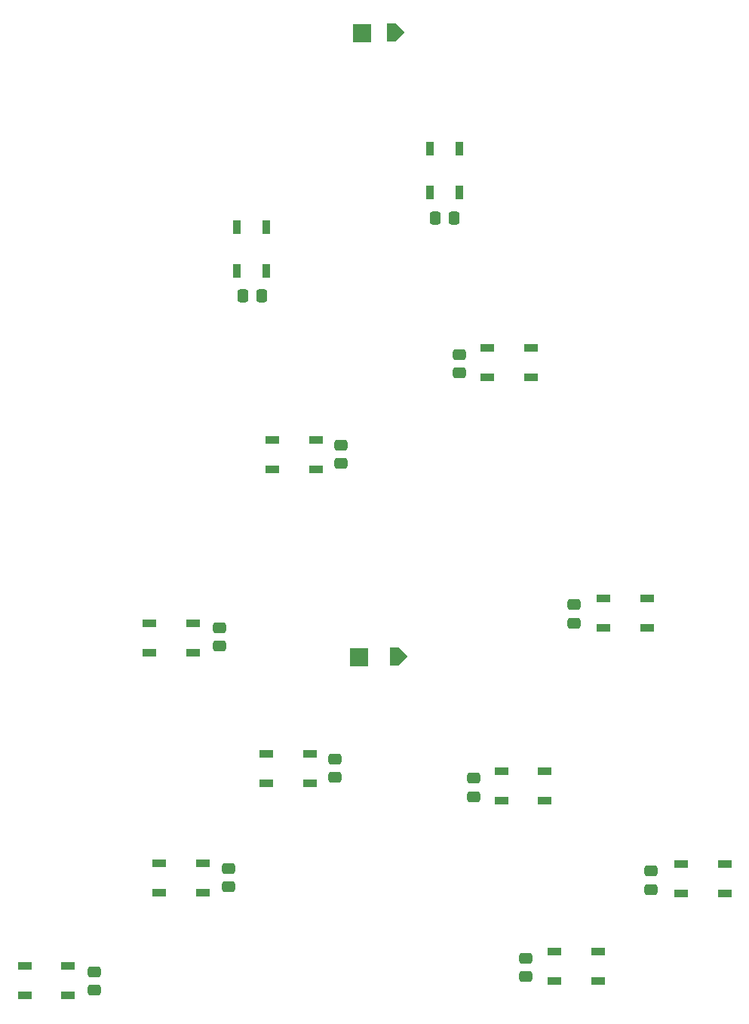
<source format=gtp>
G04 #@! TF.GenerationSoftware,KiCad,Pcbnew,8.0.6*
G04 #@! TF.CreationDate,2024-11-23T10:48:36+01:00*
G04 #@! TF.ProjectId,ChristmasTree,43687269-7374-46d6-9173-547265652e6b,rev?*
G04 #@! TF.SameCoordinates,Original*
G04 #@! TF.FileFunction,Paste,Top*
G04 #@! TF.FilePolarity,Positive*
%FSLAX46Y46*%
G04 Gerber Fmt 4.6, Leading zero omitted, Abs format (unit mm)*
G04 Created by KiCad (PCBNEW 8.0.6) date 2024-11-23 10:48:36*
%MOMM*%
%LPD*%
G01*
G04 APERTURE LIST*
G04 Aperture macros list*
%AMRoundRect*
0 Rectangle with rounded corners*
0 $1 Rounding radius*
0 $2 $3 $4 $5 $6 $7 $8 $9 X,Y pos of 4 corners*
0 Add a 4 corners polygon primitive as box body*
4,1,4,$2,$3,$4,$5,$6,$7,$8,$9,$2,$3,0*
0 Add four circle primitives for the rounded corners*
1,1,$1+$1,$2,$3*
1,1,$1+$1,$4,$5*
1,1,$1+$1,$6,$7*
1,1,$1+$1,$8,$9*
0 Add four rect primitives between the rounded corners*
20,1,$1+$1,$2,$3,$4,$5,0*
20,1,$1+$1,$4,$5,$6,$7,0*
20,1,$1+$1,$6,$7,$8,$9,0*
20,1,$1+$1,$8,$9,$2,$3,0*%
%AMOutline4P*
0 Free polygon, 4 corners , with rotation*
0 The origin of the aperture is its center*
0 number of corners: always 4*
0 $1 to $8 corner X, Y*
0 $9 Rotation angle, in degrees counterclockwise*
0 create outline with 4 corners*
4,1,4,$1,$2,$3,$4,$5,$6,$7,$8,$1,$2,$9*%
G04 Aperture macros list end*
%ADD10RoundRect,0.250000X-0.475000X0.337500X-0.475000X-0.337500X0.475000X-0.337500X0.475000X0.337500X0*%
%ADD11R,1.500000X0.900000*%
%ADD12Outline4P,-0.500000X-1.000000X0.500000X0.000000X0.500000X0.000000X-0.500000X1.000000X0.000000*%
%ADD13R,1.000000X2.000000*%
%ADD14RoundRect,0.250000X0.475000X-0.337500X0.475000X0.337500X-0.475000X0.337500X-0.475000X-0.337500X0*%
%ADD15R,2.000000X2.000000*%
%ADD16R,0.900000X1.500000*%
%ADD17RoundRect,0.250000X-0.337500X-0.475000X0.337500X-0.475000X0.337500X0.475000X-0.337500X0.475000X0*%
G04 APERTURE END LIST*
D10*
X108980000Y-69072500D03*
X108980000Y-71147500D03*
X110540000Y-116602500D03*
X110540000Y-118677500D03*
D11*
X125140000Y-96447500D03*
X125140000Y-99747500D03*
X130040000Y-99747500D03*
X130040000Y-96447500D03*
D12*
X102350000Y-32974600D03*
D13*
X101350000Y-32974600D03*
D11*
X119660000Y-136070000D03*
X119660000Y-139370000D03*
X124560000Y-139370000D03*
X124560000Y-136070000D03*
D14*
X83020000Y-128797500D03*
X83020000Y-126722500D03*
X82050000Y-101807500D03*
X82050000Y-99732500D03*
D11*
X79070000Y-102510000D03*
X79070000Y-99210000D03*
X74170000Y-99210000D03*
X74170000Y-102510000D03*
D10*
X121820000Y-97142500D03*
X121820000Y-99217500D03*
D11*
X112080000Y-68330000D03*
X112080000Y-71630000D03*
X116980000Y-71630000D03*
X116980000Y-68330000D03*
X133870000Y-126270000D03*
X133870000Y-129570000D03*
X138770000Y-129570000D03*
X138770000Y-126270000D03*
D15*
X97698400Y-103050800D03*
D16*
X84020000Y-59650000D03*
X87320000Y-59650000D03*
X87320000Y-54750000D03*
X84020000Y-54750000D03*
D15*
X98068400Y-33050800D03*
D11*
X65060000Y-141000000D03*
X65060000Y-137700000D03*
X60160000Y-137700000D03*
X60160000Y-141000000D03*
D10*
X130470000Y-127022500D03*
X130470000Y-129097500D03*
D16*
X105650000Y-50850000D03*
X108950000Y-50850000D03*
X108950000Y-45950000D03*
X105650000Y-45950000D03*
D14*
X95680000Y-81307500D03*
X95680000Y-79232500D03*
D17*
X106262500Y-53760000D03*
X108337500Y-53760000D03*
D12*
X102700000Y-102974600D03*
D13*
X101700000Y-102974600D03*
D14*
X67950000Y-140397500D03*
X67950000Y-138322500D03*
D11*
X92190000Y-117170000D03*
X92190000Y-113870000D03*
X87290000Y-113870000D03*
X87290000Y-117170000D03*
D10*
X116430000Y-136812500D03*
X116430000Y-138887500D03*
D11*
X80190000Y-129430000D03*
X80190000Y-126130000D03*
X75290000Y-126130000D03*
X75290000Y-129430000D03*
X113670000Y-115840000D03*
X113670000Y-119140000D03*
X118570000Y-119140000D03*
X118570000Y-115840000D03*
D17*
X84682500Y-62490000D03*
X86757500Y-62490000D03*
D14*
X95040000Y-116537500D03*
X95040000Y-114462500D03*
D11*
X92910000Y-81990000D03*
X92910000Y-78690000D03*
X88010000Y-78690000D03*
X88010000Y-81990000D03*
M02*

</source>
